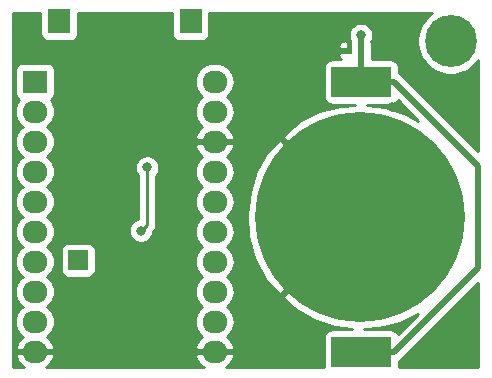
<source format=gbr>
G04 #@! TF.GenerationSoftware,KiCad,Pcbnew,(5.1.5)-3*
G04 #@! TF.CreationDate,2020-04-24T14:35:50-04:00*
G04 #@! TF.ProjectId,CR2025_Nordic,43523230-3235-45f4-9e6f-726469632e6b,rev?*
G04 #@! TF.SameCoordinates,Original*
G04 #@! TF.FileFunction,Copper,L2,Bot*
G04 #@! TF.FilePolarity,Positive*
%FSLAX46Y46*%
G04 Gerber Fmt 4.6, Leading zero omitted, Abs format (unit mm)*
G04 Created by KiCad (PCBNEW (5.1.5)-3) date 2020-04-24 14:35:50*
%MOMM*%
%LPD*%
G04 APERTURE LIST*
%ADD10R,0.599999X0.499999*%
%ADD11R,1.900000X2.100000*%
%ADD12R,2.100000X1.900000*%
%ADD13O,2.100000X1.900000*%
%ADD14R,1.700000X1.700000*%
%ADD15C,4.400000*%
%ADD16C,17.780001*%
%ADD17R,5.080000X2.540000*%
%ADD18C,0.800000*%
%ADD19C,0.250000*%
%ADD20C,0.500000*%
%ADD21C,0.254000*%
G04 APERTURE END LIST*
D10*
X153403300Y-76517500D03*
X154403298Y-76517500D03*
D11*
X139973800Y-74043700D03*
X128853800Y-74043700D03*
D12*
X126796800Y-79133700D03*
D13*
X142006800Y-79133700D03*
X126796800Y-81673700D03*
X142006800Y-81673700D03*
X126796800Y-84213700D03*
X142006800Y-84213700D03*
X126796800Y-86753700D03*
X142006800Y-86753700D03*
X126796800Y-89293700D03*
X142006800Y-89293700D03*
X126796800Y-91833700D03*
X142006800Y-91833700D03*
X126796800Y-94373700D03*
X142006800Y-94373700D03*
X126796800Y-96913700D03*
X142006800Y-96913700D03*
X126796800Y-99453700D03*
X142006800Y-99453700D03*
X126796800Y-101993700D03*
X142006800Y-101993700D03*
D14*
X130454400Y-94246700D03*
D15*
X162000000Y-75700000D03*
D16*
X154300000Y-90600000D03*
D17*
X154427000Y-79170000D03*
X154427000Y-102030000D03*
D18*
X148285200Y-86156800D03*
X157086300Y-85953600D03*
X156883100Y-93814900D03*
X139200000Y-80200000D03*
X152603200Y-75514200D03*
X139900000Y-77000000D03*
X157000000Y-81300000D03*
X157400000Y-100000000D03*
X161400000Y-101500000D03*
X150100000Y-100500000D03*
X150100000Y-102700000D03*
X139300000Y-102700000D03*
X131600000Y-77900000D03*
X157000000Y-76650000D03*
X144195800Y-77622400D03*
X133629400Y-91808300D03*
X129200000Y-84000000D03*
X129400000Y-80600000D03*
X134900000Y-89200000D03*
X138569700Y-96685100D03*
X138000000Y-84900000D03*
X130600000Y-99700000D03*
X154400000Y-75200000D03*
X136300000Y-86400000D03*
X135775700Y-91757500D03*
D19*
X153400000Y-75700000D02*
X153100000Y-75400000D01*
X153400000Y-76500000D02*
X153400000Y-75700000D01*
X152717400Y-75400000D02*
X152603200Y-75514200D01*
X153100000Y-75400000D02*
X152717400Y-75400000D01*
D20*
X157217000Y-102030000D02*
X164300000Y-94947000D01*
X154427000Y-102030000D02*
X157217000Y-102030000D01*
X157217000Y-79170000D02*
X154427000Y-79170000D01*
X164300000Y-86253000D02*
X157217000Y-79170000D01*
X164300000Y-94947000D02*
X164300000Y-86253000D01*
X154427000Y-79170000D02*
X154427000Y-76027000D01*
X154400000Y-76000000D02*
X154400000Y-75200000D01*
D19*
X154427000Y-76027000D02*
X154400000Y-76000000D01*
X136300000Y-86400000D02*
X136300000Y-91233200D01*
X136300000Y-91233200D02*
X135775700Y-91757500D01*
D21*
G36*
X164340001Y-103340000D02*
G01*
X157601132Y-103340000D01*
X157605072Y-103300000D01*
X157605072Y-102826062D01*
X157711059Y-102769411D01*
X157845817Y-102658817D01*
X157873534Y-102625044D01*
X164340001Y-96158578D01*
X164340001Y-103340000D01*
G37*
X164340001Y-103340000D02*
X157601132Y-103340000D01*
X157605072Y-103300000D01*
X157605072Y-102826062D01*
X157711059Y-102769411D01*
X157845817Y-102658817D01*
X157873534Y-102625044D01*
X164340001Y-96158578D01*
X164340001Y-103340000D01*
G36*
X127265728Y-75093700D02*
G01*
X127277988Y-75218182D01*
X127314298Y-75337880D01*
X127373263Y-75448194D01*
X127452615Y-75544885D01*
X127549306Y-75624237D01*
X127659620Y-75683202D01*
X127779318Y-75719512D01*
X127903800Y-75731772D01*
X129803800Y-75731772D01*
X129928282Y-75719512D01*
X130047980Y-75683202D01*
X130158294Y-75624237D01*
X130254985Y-75544885D01*
X130334337Y-75448194D01*
X130393302Y-75337880D01*
X130429612Y-75218182D01*
X130441872Y-75093700D01*
X130441872Y-73360000D01*
X138385728Y-73360000D01*
X138385728Y-75093700D01*
X138397988Y-75218182D01*
X138434298Y-75337880D01*
X138493263Y-75448194D01*
X138572615Y-75544885D01*
X138669306Y-75624237D01*
X138779620Y-75683202D01*
X138899318Y-75719512D01*
X139023800Y-75731772D01*
X140923800Y-75731772D01*
X141048282Y-75719512D01*
X141167980Y-75683202D01*
X141278294Y-75624237D01*
X141374985Y-75544885D01*
X141454337Y-75448194D01*
X141513302Y-75337880D01*
X141549612Y-75218182D01*
X141561872Y-75093700D01*
X141561872Y-73360000D01*
X160399193Y-73360000D01*
X160192793Y-73497912D01*
X159797912Y-73892793D01*
X159487656Y-74357124D01*
X159273948Y-74873061D01*
X159165000Y-75420777D01*
X159165000Y-75979223D01*
X159273948Y-76526939D01*
X159487656Y-77042876D01*
X159797912Y-77507207D01*
X160192793Y-77902088D01*
X160657124Y-78212344D01*
X161173061Y-78426052D01*
X161720777Y-78535000D01*
X162279223Y-78535000D01*
X162826939Y-78426052D01*
X163342876Y-78212344D01*
X163807207Y-77902088D01*
X164202088Y-77507207D01*
X164340000Y-77300807D01*
X164340000Y-85041421D01*
X157873534Y-78574956D01*
X157845817Y-78541183D01*
X157711059Y-78430589D01*
X157605072Y-78373938D01*
X157605072Y-77900000D01*
X157592812Y-77775518D01*
X157556502Y-77655820D01*
X157497537Y-77545506D01*
X157418185Y-77448815D01*
X157321494Y-77369463D01*
X157211180Y-77310498D01*
X157091482Y-77274188D01*
X156967000Y-77261928D01*
X155312000Y-77261928D01*
X155312000Y-76948382D01*
X155329109Y-76891981D01*
X155341369Y-76767499D01*
X155341369Y-76267501D01*
X155329109Y-76143019D01*
X155312000Y-76086618D01*
X155312000Y-75983523D01*
X155299195Y-75853510D01*
X155285000Y-75806716D01*
X155285000Y-75738454D01*
X155317205Y-75690256D01*
X155395226Y-75501898D01*
X155435000Y-75301939D01*
X155435000Y-75098061D01*
X155395226Y-74898102D01*
X155317205Y-74709744D01*
X155203937Y-74540226D01*
X155059774Y-74396063D01*
X154890256Y-74282795D01*
X154701898Y-74204774D01*
X154501939Y-74165000D01*
X154298061Y-74165000D01*
X154098102Y-74204774D01*
X153909744Y-74282795D01*
X153740226Y-74396063D01*
X153596063Y-74540226D01*
X153482795Y-74709744D01*
X153404774Y-74898102D01*
X153365000Y-75098061D01*
X153365000Y-75301939D01*
X153404774Y-75501898D01*
X153482795Y-75690256D01*
X153515000Y-75738454D01*
X153515000Y-76021070D01*
X153513797Y-76023321D01*
X153477487Y-76143019D01*
X153465227Y-76267501D01*
X153465227Y-76664500D01*
X153276300Y-76664500D01*
X153276300Y-76640499D01*
X152627051Y-76640499D01*
X152468301Y-76799249D01*
X152480895Y-76908023D01*
X152520269Y-77026748D01*
X152582049Y-77135511D01*
X152663860Y-77230130D01*
X152704703Y-77261928D01*
X151887000Y-77261928D01*
X151762518Y-77274188D01*
X151642820Y-77310498D01*
X151532506Y-77369463D01*
X151435815Y-77448815D01*
X151356463Y-77545506D01*
X151297498Y-77655820D01*
X151261188Y-77775518D01*
X151248928Y-77900000D01*
X151248928Y-80440000D01*
X151261188Y-80564482D01*
X151297498Y-80684180D01*
X151356463Y-80794494D01*
X151435815Y-80891185D01*
X151532506Y-80970537D01*
X151642820Y-81029502D01*
X151762518Y-81065812D01*
X151887000Y-81078072D01*
X153913639Y-81078072D01*
X152677447Y-81167449D01*
X150868424Y-81665237D01*
X149191275Y-82506384D01*
X148777497Y-82782862D01*
X147734881Y-83855276D01*
X154300000Y-90420395D01*
X154314143Y-90406253D01*
X154493748Y-90585858D01*
X154479605Y-90600000D01*
X154493748Y-90614143D01*
X154314143Y-90793748D01*
X154300000Y-90779605D01*
X147734881Y-97344724D01*
X148777497Y-98417138D01*
X150408658Y-99344321D01*
X152189362Y-99935465D01*
X153683247Y-100121928D01*
X151887000Y-100121928D01*
X151762518Y-100134188D01*
X151642820Y-100170498D01*
X151532506Y-100229463D01*
X151435815Y-100308815D01*
X151356463Y-100405506D01*
X151297498Y-100515820D01*
X151261188Y-100635518D01*
X151248928Y-100760000D01*
X151248928Y-103300000D01*
X151252868Y-103340000D01*
X142937872Y-103340000D01*
X142957417Y-103330105D01*
X143201792Y-103138479D01*
X143404087Y-102902860D01*
X143556528Y-102632303D01*
X143647386Y-102366288D01*
X143527384Y-102120700D01*
X142133800Y-102120700D01*
X142133800Y-102140700D01*
X141879800Y-102140700D01*
X141879800Y-102120700D01*
X140486216Y-102120700D01*
X140366214Y-102366288D01*
X140457072Y-102632303D01*
X140609513Y-102902860D01*
X140811808Y-103138479D01*
X141056183Y-103330105D01*
X141075728Y-103340000D01*
X127727872Y-103340000D01*
X127747417Y-103330105D01*
X127991792Y-103138479D01*
X128194087Y-102902860D01*
X128346528Y-102632303D01*
X128437386Y-102366288D01*
X128317384Y-102120700D01*
X126923800Y-102120700D01*
X126923800Y-102140700D01*
X126669800Y-102140700D01*
X126669800Y-102120700D01*
X125276216Y-102120700D01*
X125156214Y-102366288D01*
X125247072Y-102632303D01*
X125399513Y-102902860D01*
X125601808Y-103138479D01*
X125846183Y-103330105D01*
X125865728Y-103340000D01*
X124960000Y-103340000D01*
X124960000Y-81673700D01*
X125104131Y-81673700D01*
X125134734Y-81984414D01*
X125225366Y-82283188D01*
X125372544Y-82558539D01*
X125570613Y-82799887D01*
X125745850Y-82943700D01*
X125570613Y-83087513D01*
X125372544Y-83328861D01*
X125225366Y-83604212D01*
X125134734Y-83902986D01*
X125104131Y-84213700D01*
X125134734Y-84524414D01*
X125225366Y-84823188D01*
X125372544Y-85098539D01*
X125570613Y-85339887D01*
X125745850Y-85483700D01*
X125570613Y-85627513D01*
X125372544Y-85868861D01*
X125225366Y-86144212D01*
X125134734Y-86442986D01*
X125104131Y-86753700D01*
X125134734Y-87064414D01*
X125225366Y-87363188D01*
X125372544Y-87638539D01*
X125570613Y-87879887D01*
X125745850Y-88023700D01*
X125570613Y-88167513D01*
X125372544Y-88408861D01*
X125225366Y-88684212D01*
X125134734Y-88982986D01*
X125104131Y-89293700D01*
X125134734Y-89604414D01*
X125225366Y-89903188D01*
X125372544Y-90178539D01*
X125570613Y-90419887D01*
X125745850Y-90563700D01*
X125570613Y-90707513D01*
X125372544Y-90948861D01*
X125225366Y-91224212D01*
X125134734Y-91522986D01*
X125104131Y-91833700D01*
X125134734Y-92144414D01*
X125225366Y-92443188D01*
X125372544Y-92718539D01*
X125570613Y-92959887D01*
X125745850Y-93103700D01*
X125570613Y-93247513D01*
X125372544Y-93488861D01*
X125225366Y-93764212D01*
X125134734Y-94062986D01*
X125104131Y-94373700D01*
X125134734Y-94684414D01*
X125225366Y-94983188D01*
X125372544Y-95258539D01*
X125570613Y-95499887D01*
X125745850Y-95643700D01*
X125570613Y-95787513D01*
X125372544Y-96028861D01*
X125225366Y-96304212D01*
X125134734Y-96602986D01*
X125104131Y-96913700D01*
X125134734Y-97224414D01*
X125225366Y-97523188D01*
X125372544Y-97798539D01*
X125570613Y-98039887D01*
X125745850Y-98183700D01*
X125570613Y-98327513D01*
X125372544Y-98568861D01*
X125225366Y-98844212D01*
X125134734Y-99142986D01*
X125104131Y-99453700D01*
X125134734Y-99764414D01*
X125225366Y-100063188D01*
X125372544Y-100338539D01*
X125570613Y-100579887D01*
X125753496Y-100729975D01*
X125601808Y-100848921D01*
X125399513Y-101084540D01*
X125247072Y-101355097D01*
X125156214Y-101621112D01*
X125276216Y-101866700D01*
X126669800Y-101866700D01*
X126669800Y-101846700D01*
X126923800Y-101846700D01*
X126923800Y-101866700D01*
X128317384Y-101866700D01*
X128437386Y-101621112D01*
X128346528Y-101355097D01*
X128194087Y-101084540D01*
X127991792Y-100848921D01*
X127840104Y-100729975D01*
X128022987Y-100579887D01*
X128221056Y-100338539D01*
X128368234Y-100063188D01*
X128458866Y-99764414D01*
X128489469Y-99453700D01*
X128458866Y-99142986D01*
X128368234Y-98844212D01*
X128221056Y-98568861D01*
X128022987Y-98327513D01*
X127847750Y-98183700D01*
X128022987Y-98039887D01*
X128221056Y-97798539D01*
X128368234Y-97523188D01*
X128458866Y-97224414D01*
X128489469Y-96913700D01*
X128458866Y-96602986D01*
X128368234Y-96304212D01*
X128221056Y-96028861D01*
X128022987Y-95787513D01*
X127847750Y-95643700D01*
X128022987Y-95499887D01*
X128221056Y-95258539D01*
X128368234Y-94983188D01*
X128458866Y-94684414D01*
X128489469Y-94373700D01*
X128458866Y-94062986D01*
X128368234Y-93764212D01*
X128221056Y-93488861D01*
X128145422Y-93396700D01*
X128966328Y-93396700D01*
X128966328Y-95096700D01*
X128978588Y-95221182D01*
X129014898Y-95340880D01*
X129073863Y-95451194D01*
X129153215Y-95547885D01*
X129249906Y-95627237D01*
X129360220Y-95686202D01*
X129479918Y-95722512D01*
X129604400Y-95734772D01*
X131304400Y-95734772D01*
X131428882Y-95722512D01*
X131548580Y-95686202D01*
X131658894Y-95627237D01*
X131755585Y-95547885D01*
X131834937Y-95451194D01*
X131893902Y-95340880D01*
X131930212Y-95221182D01*
X131942472Y-95096700D01*
X131942472Y-93396700D01*
X131930212Y-93272218D01*
X131893902Y-93152520D01*
X131834937Y-93042206D01*
X131755585Y-92945515D01*
X131658894Y-92866163D01*
X131548580Y-92807198D01*
X131428882Y-92770888D01*
X131304400Y-92758628D01*
X129604400Y-92758628D01*
X129479918Y-92770888D01*
X129360220Y-92807198D01*
X129249906Y-92866163D01*
X129153215Y-92945515D01*
X129073863Y-93042206D01*
X129014898Y-93152520D01*
X128978588Y-93272218D01*
X128966328Y-93396700D01*
X128145422Y-93396700D01*
X128022987Y-93247513D01*
X127847750Y-93103700D01*
X128022987Y-92959887D01*
X128221056Y-92718539D01*
X128368234Y-92443188D01*
X128458866Y-92144414D01*
X128489469Y-91833700D01*
X128471924Y-91655561D01*
X134740700Y-91655561D01*
X134740700Y-91859439D01*
X134780474Y-92059398D01*
X134858495Y-92247756D01*
X134971763Y-92417274D01*
X135115926Y-92561437D01*
X135285444Y-92674705D01*
X135473802Y-92752726D01*
X135673761Y-92792500D01*
X135877639Y-92792500D01*
X136077598Y-92752726D01*
X136265956Y-92674705D01*
X136435474Y-92561437D01*
X136579637Y-92417274D01*
X136692905Y-92247756D01*
X136770926Y-92059398D01*
X136810700Y-91859439D01*
X136810700Y-91797302D01*
X136811002Y-91797000D01*
X136840001Y-91773201D01*
X136934974Y-91657476D01*
X137005546Y-91525447D01*
X137049003Y-91382186D01*
X137060000Y-91270533D01*
X137060000Y-91270524D01*
X137063676Y-91233201D01*
X137060000Y-91195878D01*
X137060000Y-87103711D01*
X137103937Y-87059774D01*
X137217205Y-86890256D01*
X137273768Y-86753700D01*
X140314131Y-86753700D01*
X140344734Y-87064414D01*
X140435366Y-87363188D01*
X140582544Y-87638539D01*
X140780613Y-87879887D01*
X140955850Y-88023700D01*
X140780613Y-88167513D01*
X140582544Y-88408861D01*
X140435366Y-88684212D01*
X140344734Y-88982986D01*
X140314131Y-89293700D01*
X140344734Y-89604414D01*
X140435366Y-89903188D01*
X140582544Y-90178539D01*
X140780613Y-90419887D01*
X140955850Y-90563700D01*
X140780613Y-90707513D01*
X140582544Y-90948861D01*
X140435366Y-91224212D01*
X140344734Y-91522986D01*
X140314131Y-91833700D01*
X140344734Y-92144414D01*
X140435366Y-92443188D01*
X140582544Y-92718539D01*
X140780613Y-92959887D01*
X140955850Y-93103700D01*
X140780613Y-93247513D01*
X140582544Y-93488861D01*
X140435366Y-93764212D01*
X140344734Y-94062986D01*
X140314131Y-94373700D01*
X140344734Y-94684414D01*
X140435366Y-94983188D01*
X140582544Y-95258539D01*
X140780613Y-95499887D01*
X140955850Y-95643700D01*
X140780613Y-95787513D01*
X140582544Y-96028861D01*
X140435366Y-96304212D01*
X140344734Y-96602986D01*
X140314131Y-96913700D01*
X140344734Y-97224414D01*
X140435366Y-97523188D01*
X140582544Y-97798539D01*
X140780613Y-98039887D01*
X140955850Y-98183700D01*
X140780613Y-98327513D01*
X140582544Y-98568861D01*
X140435366Y-98844212D01*
X140344734Y-99142986D01*
X140314131Y-99453700D01*
X140344734Y-99764414D01*
X140435366Y-100063188D01*
X140582544Y-100338539D01*
X140780613Y-100579887D01*
X140963496Y-100729975D01*
X140811808Y-100848921D01*
X140609513Y-101084540D01*
X140457072Y-101355097D01*
X140366214Y-101621112D01*
X140486216Y-101866700D01*
X141879800Y-101866700D01*
X141879800Y-101846700D01*
X142133800Y-101846700D01*
X142133800Y-101866700D01*
X143527384Y-101866700D01*
X143647386Y-101621112D01*
X143556528Y-101355097D01*
X143404087Y-101084540D01*
X143201792Y-100848921D01*
X143050104Y-100729975D01*
X143232987Y-100579887D01*
X143431056Y-100338539D01*
X143578234Y-100063188D01*
X143668866Y-99764414D01*
X143699469Y-99453700D01*
X143668866Y-99142986D01*
X143578234Y-98844212D01*
X143431056Y-98568861D01*
X143232987Y-98327513D01*
X143057750Y-98183700D01*
X143232987Y-98039887D01*
X143431056Y-97798539D01*
X143578234Y-97523188D01*
X143668866Y-97224414D01*
X143699469Y-96913700D01*
X143668866Y-96602986D01*
X143578234Y-96304212D01*
X143431056Y-96028861D01*
X143232987Y-95787513D01*
X143057750Y-95643700D01*
X143232987Y-95499887D01*
X143431056Y-95258539D01*
X143578234Y-94983188D01*
X143668866Y-94684414D01*
X143699469Y-94373700D01*
X143668866Y-94062986D01*
X143578234Y-93764212D01*
X143431056Y-93488861D01*
X143232987Y-93247513D01*
X143057750Y-93103700D01*
X143232987Y-92959887D01*
X143431056Y-92718539D01*
X143578234Y-92443188D01*
X143668866Y-92144414D01*
X143699469Y-91833700D01*
X143668866Y-91522986D01*
X143578234Y-91224212D01*
X143431056Y-90948861D01*
X143232987Y-90707513D01*
X143057750Y-90563700D01*
X143232987Y-90419887D01*
X143289376Y-90351176D01*
X144732148Y-90351176D01*
X144867449Y-92222553D01*
X145365237Y-94031576D01*
X146206384Y-95708725D01*
X146482862Y-96122503D01*
X147555276Y-97165119D01*
X154120395Y-90600000D01*
X147555276Y-84034881D01*
X146482862Y-85077497D01*
X145555679Y-86708658D01*
X144964535Y-88489362D01*
X144732148Y-90351176D01*
X143289376Y-90351176D01*
X143431056Y-90178539D01*
X143578234Y-89903188D01*
X143668866Y-89604414D01*
X143699469Y-89293700D01*
X143668866Y-88982986D01*
X143578234Y-88684212D01*
X143431056Y-88408861D01*
X143232987Y-88167513D01*
X143057750Y-88023700D01*
X143232987Y-87879887D01*
X143431056Y-87638539D01*
X143578234Y-87363188D01*
X143668866Y-87064414D01*
X143699469Y-86753700D01*
X143668866Y-86442986D01*
X143578234Y-86144212D01*
X143431056Y-85868861D01*
X143232987Y-85627513D01*
X143050104Y-85477425D01*
X143201792Y-85358479D01*
X143404087Y-85122860D01*
X143556528Y-84852303D01*
X143647386Y-84586288D01*
X143527384Y-84340700D01*
X142133800Y-84340700D01*
X142133800Y-84360700D01*
X141879800Y-84360700D01*
X141879800Y-84340700D01*
X140486216Y-84340700D01*
X140366214Y-84586288D01*
X140457072Y-84852303D01*
X140609513Y-85122860D01*
X140811808Y-85358479D01*
X140963496Y-85477425D01*
X140780613Y-85627513D01*
X140582544Y-85868861D01*
X140435366Y-86144212D01*
X140344734Y-86442986D01*
X140314131Y-86753700D01*
X137273768Y-86753700D01*
X137295226Y-86701898D01*
X137335000Y-86501939D01*
X137335000Y-86298061D01*
X137295226Y-86098102D01*
X137217205Y-85909744D01*
X137103937Y-85740226D01*
X136959774Y-85596063D01*
X136790256Y-85482795D01*
X136601898Y-85404774D01*
X136401939Y-85365000D01*
X136198061Y-85365000D01*
X135998102Y-85404774D01*
X135809744Y-85482795D01*
X135640226Y-85596063D01*
X135496063Y-85740226D01*
X135382795Y-85909744D01*
X135304774Y-86098102D01*
X135265000Y-86298061D01*
X135265000Y-86501939D01*
X135304774Y-86701898D01*
X135382795Y-86890256D01*
X135496063Y-87059774D01*
X135540000Y-87103711D01*
X135540001Y-90749106D01*
X135473802Y-90762274D01*
X135285444Y-90840295D01*
X135115926Y-90953563D01*
X134971763Y-91097726D01*
X134858495Y-91267244D01*
X134780474Y-91455602D01*
X134740700Y-91655561D01*
X128471924Y-91655561D01*
X128458866Y-91522986D01*
X128368234Y-91224212D01*
X128221056Y-90948861D01*
X128022987Y-90707513D01*
X127847750Y-90563700D01*
X128022987Y-90419887D01*
X128221056Y-90178539D01*
X128368234Y-89903188D01*
X128458866Y-89604414D01*
X128489469Y-89293700D01*
X128458866Y-88982986D01*
X128368234Y-88684212D01*
X128221056Y-88408861D01*
X128022987Y-88167513D01*
X127847750Y-88023700D01*
X128022987Y-87879887D01*
X128221056Y-87638539D01*
X128368234Y-87363188D01*
X128458866Y-87064414D01*
X128489469Y-86753700D01*
X128458866Y-86442986D01*
X128368234Y-86144212D01*
X128221056Y-85868861D01*
X128022987Y-85627513D01*
X127847750Y-85483700D01*
X128022987Y-85339887D01*
X128221056Y-85098539D01*
X128368234Y-84823188D01*
X128458866Y-84524414D01*
X128489469Y-84213700D01*
X128458866Y-83902986D01*
X128368234Y-83604212D01*
X128221056Y-83328861D01*
X128022987Y-83087513D01*
X127847750Y-82943700D01*
X128022987Y-82799887D01*
X128221056Y-82558539D01*
X128368234Y-82283188D01*
X128458866Y-81984414D01*
X128489469Y-81673700D01*
X128458866Y-81362986D01*
X128368234Y-81064212D01*
X128221056Y-80788861D01*
X128115417Y-80660140D01*
X128201294Y-80614237D01*
X128297985Y-80534885D01*
X128377337Y-80438194D01*
X128436302Y-80327880D01*
X128472612Y-80208182D01*
X128484872Y-80083700D01*
X128484872Y-79133700D01*
X140314131Y-79133700D01*
X140344734Y-79444414D01*
X140435366Y-79743188D01*
X140582544Y-80018539D01*
X140780613Y-80259887D01*
X140955850Y-80403700D01*
X140780613Y-80547513D01*
X140582544Y-80788861D01*
X140435366Y-81064212D01*
X140344734Y-81362986D01*
X140314131Y-81673700D01*
X140344734Y-81984414D01*
X140435366Y-82283188D01*
X140582544Y-82558539D01*
X140780613Y-82799887D01*
X140963496Y-82949975D01*
X140811808Y-83068921D01*
X140609513Y-83304540D01*
X140457072Y-83575097D01*
X140366214Y-83841112D01*
X140486216Y-84086700D01*
X141879800Y-84086700D01*
X141879800Y-84066700D01*
X142133800Y-84066700D01*
X142133800Y-84086700D01*
X143527384Y-84086700D01*
X143647386Y-83841112D01*
X143556528Y-83575097D01*
X143404087Y-83304540D01*
X143201792Y-83068921D01*
X143050104Y-82949975D01*
X143232987Y-82799887D01*
X143431056Y-82558539D01*
X143578234Y-82283188D01*
X143668866Y-81984414D01*
X143699469Y-81673700D01*
X143668866Y-81362986D01*
X143578234Y-81064212D01*
X143431056Y-80788861D01*
X143232987Y-80547513D01*
X143057750Y-80403700D01*
X143232987Y-80259887D01*
X143431056Y-80018539D01*
X143578234Y-79743188D01*
X143668866Y-79444414D01*
X143699469Y-79133700D01*
X143668866Y-78822986D01*
X143578234Y-78524212D01*
X143431056Y-78248861D01*
X143232987Y-78007513D01*
X142991639Y-77809444D01*
X142716288Y-77662266D01*
X142417514Y-77571634D01*
X142184664Y-77548700D01*
X141828936Y-77548700D01*
X141596086Y-77571634D01*
X141297312Y-77662266D01*
X141021961Y-77809444D01*
X140780613Y-78007513D01*
X140582544Y-78248861D01*
X140435366Y-78524212D01*
X140344734Y-78822986D01*
X140314131Y-79133700D01*
X128484872Y-79133700D01*
X128484872Y-78183700D01*
X128472612Y-78059218D01*
X128436302Y-77939520D01*
X128377337Y-77829206D01*
X128297985Y-77732515D01*
X128201294Y-77653163D01*
X128090980Y-77594198D01*
X127971282Y-77557888D01*
X127846800Y-77545628D01*
X125746800Y-77545628D01*
X125622318Y-77557888D01*
X125502620Y-77594198D01*
X125392306Y-77653163D01*
X125295615Y-77732515D01*
X125216263Y-77829206D01*
X125157298Y-77939520D01*
X125120988Y-78059218D01*
X125108728Y-78183700D01*
X125108728Y-80083700D01*
X125120988Y-80208182D01*
X125157298Y-80327880D01*
X125216263Y-80438194D01*
X125295615Y-80534885D01*
X125392306Y-80614237D01*
X125478183Y-80660140D01*
X125372544Y-80788861D01*
X125225366Y-81064212D01*
X125134734Y-81362986D01*
X125104131Y-81673700D01*
X124960000Y-81673700D01*
X124960000Y-76235751D01*
X152468301Y-76235751D01*
X152627051Y-76394501D01*
X153276300Y-76394501D01*
X153276300Y-75791251D01*
X153117550Y-75632501D01*
X152994944Y-75638697D01*
X152874352Y-75671919D01*
X152762559Y-75728028D01*
X152663860Y-75804870D01*
X152582049Y-75899489D01*
X152520269Y-76008252D01*
X152480895Y-76126977D01*
X152468301Y-76235751D01*
X124960000Y-76235751D01*
X124960000Y-73360000D01*
X127265728Y-73360000D01*
X127265728Y-75093700D01*
G37*
X127265728Y-75093700D02*
X127277988Y-75218182D01*
X127314298Y-75337880D01*
X127373263Y-75448194D01*
X127452615Y-75544885D01*
X127549306Y-75624237D01*
X127659620Y-75683202D01*
X127779318Y-75719512D01*
X127903800Y-75731772D01*
X129803800Y-75731772D01*
X129928282Y-75719512D01*
X130047980Y-75683202D01*
X130158294Y-75624237D01*
X130254985Y-75544885D01*
X130334337Y-75448194D01*
X130393302Y-75337880D01*
X130429612Y-75218182D01*
X130441872Y-75093700D01*
X130441872Y-73360000D01*
X138385728Y-73360000D01*
X138385728Y-75093700D01*
X138397988Y-75218182D01*
X138434298Y-75337880D01*
X138493263Y-75448194D01*
X138572615Y-75544885D01*
X138669306Y-75624237D01*
X138779620Y-75683202D01*
X138899318Y-75719512D01*
X139023800Y-75731772D01*
X140923800Y-75731772D01*
X141048282Y-75719512D01*
X141167980Y-75683202D01*
X141278294Y-75624237D01*
X141374985Y-75544885D01*
X141454337Y-75448194D01*
X141513302Y-75337880D01*
X141549612Y-75218182D01*
X141561872Y-75093700D01*
X141561872Y-73360000D01*
X160399193Y-73360000D01*
X160192793Y-73497912D01*
X159797912Y-73892793D01*
X159487656Y-74357124D01*
X159273948Y-74873061D01*
X159165000Y-75420777D01*
X159165000Y-75979223D01*
X159273948Y-76526939D01*
X159487656Y-77042876D01*
X159797912Y-77507207D01*
X160192793Y-77902088D01*
X160657124Y-78212344D01*
X161173061Y-78426052D01*
X161720777Y-78535000D01*
X162279223Y-78535000D01*
X162826939Y-78426052D01*
X163342876Y-78212344D01*
X163807207Y-77902088D01*
X164202088Y-77507207D01*
X164340000Y-77300807D01*
X164340000Y-85041421D01*
X157873534Y-78574956D01*
X157845817Y-78541183D01*
X157711059Y-78430589D01*
X157605072Y-78373938D01*
X157605072Y-77900000D01*
X157592812Y-77775518D01*
X157556502Y-77655820D01*
X157497537Y-77545506D01*
X157418185Y-77448815D01*
X157321494Y-77369463D01*
X157211180Y-77310498D01*
X157091482Y-77274188D01*
X156967000Y-77261928D01*
X155312000Y-77261928D01*
X155312000Y-76948382D01*
X155329109Y-76891981D01*
X155341369Y-76767499D01*
X155341369Y-76267501D01*
X155329109Y-76143019D01*
X155312000Y-76086618D01*
X155312000Y-75983523D01*
X155299195Y-75853510D01*
X155285000Y-75806716D01*
X155285000Y-75738454D01*
X155317205Y-75690256D01*
X155395226Y-75501898D01*
X155435000Y-75301939D01*
X155435000Y-75098061D01*
X155395226Y-74898102D01*
X155317205Y-74709744D01*
X155203937Y-74540226D01*
X155059774Y-74396063D01*
X154890256Y-74282795D01*
X154701898Y-74204774D01*
X154501939Y-74165000D01*
X154298061Y-74165000D01*
X154098102Y-74204774D01*
X153909744Y-74282795D01*
X153740226Y-74396063D01*
X153596063Y-74540226D01*
X153482795Y-74709744D01*
X153404774Y-74898102D01*
X153365000Y-75098061D01*
X153365000Y-75301939D01*
X153404774Y-75501898D01*
X153482795Y-75690256D01*
X153515000Y-75738454D01*
X153515000Y-76021070D01*
X153513797Y-76023321D01*
X153477487Y-76143019D01*
X153465227Y-76267501D01*
X153465227Y-76664500D01*
X153276300Y-76664500D01*
X153276300Y-76640499D01*
X152627051Y-76640499D01*
X152468301Y-76799249D01*
X152480895Y-76908023D01*
X152520269Y-77026748D01*
X152582049Y-77135511D01*
X152663860Y-77230130D01*
X152704703Y-77261928D01*
X151887000Y-77261928D01*
X151762518Y-77274188D01*
X151642820Y-77310498D01*
X151532506Y-77369463D01*
X151435815Y-77448815D01*
X151356463Y-77545506D01*
X151297498Y-77655820D01*
X151261188Y-77775518D01*
X151248928Y-77900000D01*
X151248928Y-80440000D01*
X151261188Y-80564482D01*
X151297498Y-80684180D01*
X151356463Y-80794494D01*
X151435815Y-80891185D01*
X151532506Y-80970537D01*
X151642820Y-81029502D01*
X151762518Y-81065812D01*
X151887000Y-81078072D01*
X153913639Y-81078072D01*
X152677447Y-81167449D01*
X150868424Y-81665237D01*
X149191275Y-82506384D01*
X148777497Y-82782862D01*
X147734881Y-83855276D01*
X154300000Y-90420395D01*
X154314143Y-90406253D01*
X154493748Y-90585858D01*
X154479605Y-90600000D01*
X154493748Y-90614143D01*
X154314143Y-90793748D01*
X154300000Y-90779605D01*
X147734881Y-97344724D01*
X148777497Y-98417138D01*
X150408658Y-99344321D01*
X152189362Y-99935465D01*
X153683247Y-100121928D01*
X151887000Y-100121928D01*
X151762518Y-100134188D01*
X151642820Y-100170498D01*
X151532506Y-100229463D01*
X151435815Y-100308815D01*
X151356463Y-100405506D01*
X151297498Y-100515820D01*
X151261188Y-100635518D01*
X151248928Y-100760000D01*
X151248928Y-103300000D01*
X151252868Y-103340000D01*
X142937872Y-103340000D01*
X142957417Y-103330105D01*
X143201792Y-103138479D01*
X143404087Y-102902860D01*
X143556528Y-102632303D01*
X143647386Y-102366288D01*
X143527384Y-102120700D01*
X142133800Y-102120700D01*
X142133800Y-102140700D01*
X141879800Y-102140700D01*
X141879800Y-102120700D01*
X140486216Y-102120700D01*
X140366214Y-102366288D01*
X140457072Y-102632303D01*
X140609513Y-102902860D01*
X140811808Y-103138479D01*
X141056183Y-103330105D01*
X141075728Y-103340000D01*
X127727872Y-103340000D01*
X127747417Y-103330105D01*
X127991792Y-103138479D01*
X128194087Y-102902860D01*
X128346528Y-102632303D01*
X128437386Y-102366288D01*
X128317384Y-102120700D01*
X126923800Y-102120700D01*
X126923800Y-102140700D01*
X126669800Y-102140700D01*
X126669800Y-102120700D01*
X125276216Y-102120700D01*
X125156214Y-102366288D01*
X125247072Y-102632303D01*
X125399513Y-102902860D01*
X125601808Y-103138479D01*
X125846183Y-103330105D01*
X125865728Y-103340000D01*
X124960000Y-103340000D01*
X124960000Y-81673700D01*
X125104131Y-81673700D01*
X125134734Y-81984414D01*
X125225366Y-82283188D01*
X125372544Y-82558539D01*
X125570613Y-82799887D01*
X125745850Y-82943700D01*
X125570613Y-83087513D01*
X125372544Y-83328861D01*
X125225366Y-83604212D01*
X125134734Y-83902986D01*
X125104131Y-84213700D01*
X125134734Y-84524414D01*
X125225366Y-84823188D01*
X125372544Y-85098539D01*
X125570613Y-85339887D01*
X125745850Y-85483700D01*
X125570613Y-85627513D01*
X125372544Y-85868861D01*
X125225366Y-86144212D01*
X125134734Y-86442986D01*
X125104131Y-86753700D01*
X125134734Y-87064414D01*
X125225366Y-87363188D01*
X125372544Y-87638539D01*
X125570613Y-87879887D01*
X125745850Y-88023700D01*
X125570613Y-88167513D01*
X125372544Y-88408861D01*
X125225366Y-88684212D01*
X125134734Y-88982986D01*
X125104131Y-89293700D01*
X125134734Y-89604414D01*
X125225366Y-89903188D01*
X125372544Y-90178539D01*
X125570613Y-90419887D01*
X125745850Y-90563700D01*
X125570613Y-90707513D01*
X125372544Y-90948861D01*
X125225366Y-91224212D01*
X125134734Y-91522986D01*
X125104131Y-91833700D01*
X125134734Y-92144414D01*
X125225366Y-92443188D01*
X125372544Y-92718539D01*
X125570613Y-92959887D01*
X125745850Y-93103700D01*
X125570613Y-93247513D01*
X125372544Y-93488861D01*
X125225366Y-93764212D01*
X125134734Y-94062986D01*
X125104131Y-94373700D01*
X125134734Y-94684414D01*
X125225366Y-94983188D01*
X125372544Y-95258539D01*
X125570613Y-95499887D01*
X125745850Y-95643700D01*
X125570613Y-95787513D01*
X125372544Y-96028861D01*
X125225366Y-96304212D01*
X125134734Y-96602986D01*
X125104131Y-96913700D01*
X125134734Y-97224414D01*
X125225366Y-97523188D01*
X125372544Y-97798539D01*
X125570613Y-98039887D01*
X125745850Y-98183700D01*
X125570613Y-98327513D01*
X125372544Y-98568861D01*
X125225366Y-98844212D01*
X125134734Y-99142986D01*
X125104131Y-99453700D01*
X125134734Y-99764414D01*
X125225366Y-100063188D01*
X125372544Y-100338539D01*
X125570613Y-100579887D01*
X125753496Y-100729975D01*
X125601808Y-100848921D01*
X125399513Y-101084540D01*
X125247072Y-101355097D01*
X125156214Y-101621112D01*
X125276216Y-101866700D01*
X126669800Y-101866700D01*
X126669800Y-101846700D01*
X126923800Y-101846700D01*
X126923800Y-101866700D01*
X128317384Y-101866700D01*
X128437386Y-101621112D01*
X128346528Y-101355097D01*
X128194087Y-101084540D01*
X127991792Y-100848921D01*
X127840104Y-100729975D01*
X128022987Y-100579887D01*
X128221056Y-100338539D01*
X128368234Y-100063188D01*
X128458866Y-99764414D01*
X128489469Y-99453700D01*
X128458866Y-99142986D01*
X128368234Y-98844212D01*
X128221056Y-98568861D01*
X128022987Y-98327513D01*
X127847750Y-98183700D01*
X128022987Y-98039887D01*
X128221056Y-97798539D01*
X128368234Y-97523188D01*
X128458866Y-97224414D01*
X128489469Y-96913700D01*
X128458866Y-96602986D01*
X128368234Y-96304212D01*
X128221056Y-96028861D01*
X128022987Y-95787513D01*
X127847750Y-95643700D01*
X128022987Y-95499887D01*
X128221056Y-95258539D01*
X128368234Y-94983188D01*
X128458866Y-94684414D01*
X128489469Y-94373700D01*
X128458866Y-94062986D01*
X128368234Y-93764212D01*
X128221056Y-93488861D01*
X128145422Y-93396700D01*
X128966328Y-93396700D01*
X128966328Y-95096700D01*
X128978588Y-95221182D01*
X129014898Y-95340880D01*
X129073863Y-95451194D01*
X129153215Y-95547885D01*
X129249906Y-95627237D01*
X129360220Y-95686202D01*
X129479918Y-95722512D01*
X129604400Y-95734772D01*
X131304400Y-95734772D01*
X131428882Y-95722512D01*
X131548580Y-95686202D01*
X131658894Y-95627237D01*
X131755585Y-95547885D01*
X131834937Y-95451194D01*
X131893902Y-95340880D01*
X131930212Y-95221182D01*
X131942472Y-95096700D01*
X131942472Y-93396700D01*
X131930212Y-93272218D01*
X131893902Y-93152520D01*
X131834937Y-93042206D01*
X131755585Y-92945515D01*
X131658894Y-92866163D01*
X131548580Y-92807198D01*
X131428882Y-92770888D01*
X131304400Y-92758628D01*
X129604400Y-92758628D01*
X129479918Y-92770888D01*
X129360220Y-92807198D01*
X129249906Y-92866163D01*
X129153215Y-92945515D01*
X129073863Y-93042206D01*
X129014898Y-93152520D01*
X128978588Y-93272218D01*
X128966328Y-93396700D01*
X128145422Y-93396700D01*
X128022987Y-93247513D01*
X127847750Y-93103700D01*
X128022987Y-92959887D01*
X128221056Y-92718539D01*
X128368234Y-92443188D01*
X128458866Y-92144414D01*
X128489469Y-91833700D01*
X128471924Y-91655561D01*
X134740700Y-91655561D01*
X134740700Y-91859439D01*
X134780474Y-92059398D01*
X134858495Y-92247756D01*
X134971763Y-92417274D01*
X135115926Y-92561437D01*
X135285444Y-92674705D01*
X135473802Y-92752726D01*
X135673761Y-92792500D01*
X135877639Y-92792500D01*
X136077598Y-92752726D01*
X136265956Y-92674705D01*
X136435474Y-92561437D01*
X136579637Y-92417274D01*
X136692905Y-92247756D01*
X136770926Y-92059398D01*
X136810700Y-91859439D01*
X136810700Y-91797302D01*
X136811002Y-91797000D01*
X136840001Y-91773201D01*
X136934974Y-91657476D01*
X137005546Y-91525447D01*
X137049003Y-91382186D01*
X137060000Y-91270533D01*
X137060000Y-91270524D01*
X137063676Y-91233201D01*
X137060000Y-91195878D01*
X137060000Y-87103711D01*
X137103937Y-87059774D01*
X137217205Y-86890256D01*
X137273768Y-86753700D01*
X140314131Y-86753700D01*
X140344734Y-87064414D01*
X140435366Y-87363188D01*
X140582544Y-87638539D01*
X140780613Y-87879887D01*
X140955850Y-88023700D01*
X140780613Y-88167513D01*
X140582544Y-88408861D01*
X140435366Y-88684212D01*
X140344734Y-88982986D01*
X140314131Y-89293700D01*
X140344734Y-89604414D01*
X140435366Y-89903188D01*
X140582544Y-90178539D01*
X140780613Y-90419887D01*
X140955850Y-90563700D01*
X140780613Y-90707513D01*
X140582544Y-90948861D01*
X140435366Y-91224212D01*
X140344734Y-91522986D01*
X140314131Y-91833700D01*
X140344734Y-92144414D01*
X140435366Y-92443188D01*
X140582544Y-92718539D01*
X140780613Y-92959887D01*
X140955850Y-93103700D01*
X140780613Y-93247513D01*
X140582544Y-93488861D01*
X140435366Y-93764212D01*
X140344734Y-94062986D01*
X140314131Y-94373700D01*
X140344734Y-94684414D01*
X140435366Y-94983188D01*
X140582544Y-95258539D01*
X140780613Y-95499887D01*
X140955850Y-95643700D01*
X140780613Y-95787513D01*
X140582544Y-96028861D01*
X140435366Y-96304212D01*
X140344734Y-96602986D01*
X140314131Y-96913700D01*
X140344734Y-97224414D01*
X140435366Y-97523188D01*
X140582544Y-97798539D01*
X140780613Y-98039887D01*
X140955850Y-98183700D01*
X140780613Y-98327513D01*
X140582544Y-98568861D01*
X140435366Y-98844212D01*
X140344734Y-99142986D01*
X140314131Y-99453700D01*
X140344734Y-99764414D01*
X140435366Y-100063188D01*
X140582544Y-100338539D01*
X140780613Y-100579887D01*
X140963496Y-100729975D01*
X140811808Y-100848921D01*
X140609513Y-101084540D01*
X140457072Y-101355097D01*
X140366214Y-101621112D01*
X140486216Y-101866700D01*
X141879800Y-101866700D01*
X141879800Y-101846700D01*
X142133800Y-101846700D01*
X142133800Y-101866700D01*
X143527384Y-101866700D01*
X143647386Y-101621112D01*
X143556528Y-101355097D01*
X143404087Y-101084540D01*
X143201792Y-100848921D01*
X143050104Y-100729975D01*
X143232987Y-100579887D01*
X143431056Y-100338539D01*
X143578234Y-100063188D01*
X143668866Y-99764414D01*
X143699469Y-99453700D01*
X143668866Y-99142986D01*
X143578234Y-98844212D01*
X143431056Y-98568861D01*
X143232987Y-98327513D01*
X143057750Y-98183700D01*
X143232987Y-98039887D01*
X143431056Y-97798539D01*
X143578234Y-97523188D01*
X143668866Y-97224414D01*
X143699469Y-96913700D01*
X143668866Y-96602986D01*
X143578234Y-96304212D01*
X143431056Y-96028861D01*
X143232987Y-95787513D01*
X143057750Y-95643700D01*
X143232987Y-95499887D01*
X143431056Y-95258539D01*
X143578234Y-94983188D01*
X143668866Y-94684414D01*
X143699469Y-94373700D01*
X143668866Y-94062986D01*
X143578234Y-93764212D01*
X143431056Y-93488861D01*
X143232987Y-93247513D01*
X143057750Y-93103700D01*
X143232987Y-92959887D01*
X143431056Y-92718539D01*
X143578234Y-92443188D01*
X143668866Y-92144414D01*
X143699469Y-91833700D01*
X143668866Y-91522986D01*
X143578234Y-91224212D01*
X143431056Y-90948861D01*
X143232987Y-90707513D01*
X143057750Y-90563700D01*
X143232987Y-90419887D01*
X143289376Y-90351176D01*
X144732148Y-90351176D01*
X144867449Y-92222553D01*
X145365237Y-94031576D01*
X146206384Y-95708725D01*
X146482862Y-96122503D01*
X147555276Y-97165119D01*
X154120395Y-90600000D01*
X147555276Y-84034881D01*
X146482862Y-85077497D01*
X145555679Y-86708658D01*
X144964535Y-88489362D01*
X144732148Y-90351176D01*
X143289376Y-90351176D01*
X143431056Y-90178539D01*
X143578234Y-89903188D01*
X143668866Y-89604414D01*
X143699469Y-89293700D01*
X143668866Y-88982986D01*
X143578234Y-88684212D01*
X143431056Y-88408861D01*
X143232987Y-88167513D01*
X143057750Y-88023700D01*
X143232987Y-87879887D01*
X143431056Y-87638539D01*
X143578234Y-87363188D01*
X143668866Y-87064414D01*
X143699469Y-86753700D01*
X143668866Y-86442986D01*
X143578234Y-86144212D01*
X143431056Y-85868861D01*
X143232987Y-85627513D01*
X143050104Y-85477425D01*
X143201792Y-85358479D01*
X143404087Y-85122860D01*
X143556528Y-84852303D01*
X143647386Y-84586288D01*
X143527384Y-84340700D01*
X142133800Y-84340700D01*
X142133800Y-84360700D01*
X141879800Y-84360700D01*
X141879800Y-84340700D01*
X140486216Y-84340700D01*
X140366214Y-84586288D01*
X140457072Y-84852303D01*
X140609513Y-85122860D01*
X140811808Y-85358479D01*
X140963496Y-85477425D01*
X140780613Y-85627513D01*
X140582544Y-85868861D01*
X140435366Y-86144212D01*
X140344734Y-86442986D01*
X140314131Y-86753700D01*
X137273768Y-86753700D01*
X137295226Y-86701898D01*
X137335000Y-86501939D01*
X137335000Y-86298061D01*
X137295226Y-86098102D01*
X137217205Y-85909744D01*
X137103937Y-85740226D01*
X136959774Y-85596063D01*
X136790256Y-85482795D01*
X136601898Y-85404774D01*
X136401939Y-85365000D01*
X136198061Y-85365000D01*
X135998102Y-85404774D01*
X135809744Y-85482795D01*
X135640226Y-85596063D01*
X135496063Y-85740226D01*
X135382795Y-85909744D01*
X135304774Y-86098102D01*
X135265000Y-86298061D01*
X135265000Y-86501939D01*
X135304774Y-86701898D01*
X135382795Y-86890256D01*
X135496063Y-87059774D01*
X135540000Y-87103711D01*
X135540001Y-90749106D01*
X135473802Y-90762274D01*
X135285444Y-90840295D01*
X135115926Y-90953563D01*
X134971763Y-91097726D01*
X134858495Y-91267244D01*
X134780474Y-91455602D01*
X134740700Y-91655561D01*
X128471924Y-91655561D01*
X128458866Y-91522986D01*
X128368234Y-91224212D01*
X128221056Y-90948861D01*
X128022987Y-90707513D01*
X127847750Y-90563700D01*
X128022987Y-90419887D01*
X128221056Y-90178539D01*
X128368234Y-89903188D01*
X128458866Y-89604414D01*
X128489469Y-89293700D01*
X128458866Y-88982986D01*
X128368234Y-88684212D01*
X128221056Y-88408861D01*
X128022987Y-88167513D01*
X127847750Y-88023700D01*
X128022987Y-87879887D01*
X128221056Y-87638539D01*
X128368234Y-87363188D01*
X128458866Y-87064414D01*
X128489469Y-86753700D01*
X128458866Y-86442986D01*
X128368234Y-86144212D01*
X128221056Y-85868861D01*
X128022987Y-85627513D01*
X127847750Y-85483700D01*
X128022987Y-85339887D01*
X128221056Y-85098539D01*
X128368234Y-84823188D01*
X128458866Y-84524414D01*
X128489469Y-84213700D01*
X128458866Y-83902986D01*
X128368234Y-83604212D01*
X128221056Y-83328861D01*
X128022987Y-83087513D01*
X127847750Y-82943700D01*
X128022987Y-82799887D01*
X128221056Y-82558539D01*
X128368234Y-82283188D01*
X128458866Y-81984414D01*
X128489469Y-81673700D01*
X128458866Y-81362986D01*
X128368234Y-81064212D01*
X128221056Y-80788861D01*
X128115417Y-80660140D01*
X128201294Y-80614237D01*
X128297985Y-80534885D01*
X128377337Y-80438194D01*
X128436302Y-80327880D01*
X128472612Y-80208182D01*
X128484872Y-80083700D01*
X128484872Y-79133700D01*
X140314131Y-79133700D01*
X140344734Y-79444414D01*
X140435366Y-79743188D01*
X140582544Y-80018539D01*
X140780613Y-80259887D01*
X140955850Y-80403700D01*
X140780613Y-80547513D01*
X140582544Y-80788861D01*
X140435366Y-81064212D01*
X140344734Y-81362986D01*
X140314131Y-81673700D01*
X140344734Y-81984414D01*
X140435366Y-82283188D01*
X140582544Y-82558539D01*
X140780613Y-82799887D01*
X140963496Y-82949975D01*
X140811808Y-83068921D01*
X140609513Y-83304540D01*
X140457072Y-83575097D01*
X140366214Y-83841112D01*
X140486216Y-84086700D01*
X141879800Y-84086700D01*
X141879800Y-84066700D01*
X142133800Y-84066700D01*
X142133800Y-84086700D01*
X143527384Y-84086700D01*
X143647386Y-83841112D01*
X143556528Y-83575097D01*
X143404087Y-83304540D01*
X143201792Y-83068921D01*
X143050104Y-82949975D01*
X143232987Y-82799887D01*
X143431056Y-82558539D01*
X143578234Y-82283188D01*
X143668866Y-81984414D01*
X143699469Y-81673700D01*
X143668866Y-81362986D01*
X143578234Y-81064212D01*
X143431056Y-80788861D01*
X143232987Y-80547513D01*
X143057750Y-80403700D01*
X143232987Y-80259887D01*
X143431056Y-80018539D01*
X143578234Y-79743188D01*
X143668866Y-79444414D01*
X143699469Y-79133700D01*
X143668866Y-78822986D01*
X143578234Y-78524212D01*
X143431056Y-78248861D01*
X143232987Y-78007513D01*
X142991639Y-77809444D01*
X142716288Y-77662266D01*
X142417514Y-77571634D01*
X142184664Y-77548700D01*
X141828936Y-77548700D01*
X141596086Y-77571634D01*
X141297312Y-77662266D01*
X141021961Y-77809444D01*
X140780613Y-78007513D01*
X140582544Y-78248861D01*
X140435366Y-78524212D01*
X140344734Y-78822986D01*
X140314131Y-79133700D01*
X128484872Y-79133700D01*
X128484872Y-78183700D01*
X128472612Y-78059218D01*
X128436302Y-77939520D01*
X128377337Y-77829206D01*
X128297985Y-77732515D01*
X128201294Y-77653163D01*
X128090980Y-77594198D01*
X127971282Y-77557888D01*
X127846800Y-77545628D01*
X125746800Y-77545628D01*
X125622318Y-77557888D01*
X125502620Y-77594198D01*
X125392306Y-77653163D01*
X125295615Y-77732515D01*
X125216263Y-77829206D01*
X125157298Y-77939520D01*
X125120988Y-78059218D01*
X125108728Y-78183700D01*
X125108728Y-80083700D01*
X125120988Y-80208182D01*
X125157298Y-80327880D01*
X125216263Y-80438194D01*
X125295615Y-80534885D01*
X125392306Y-80614237D01*
X125478183Y-80660140D01*
X125372544Y-80788861D01*
X125225366Y-81064212D01*
X125134734Y-81362986D01*
X125104131Y-81673700D01*
X124960000Y-81673700D01*
X124960000Y-76235751D01*
X152468301Y-76235751D01*
X152627051Y-76394501D01*
X153276300Y-76394501D01*
X153276300Y-75791251D01*
X153117550Y-75632501D01*
X152994944Y-75638697D01*
X152874352Y-75671919D01*
X152762559Y-75728028D01*
X152663860Y-75804870D01*
X152582049Y-75899489D01*
X152520269Y-76008252D01*
X152480895Y-76126977D01*
X152468301Y-76235751D01*
X124960000Y-76235751D01*
X124960000Y-73360000D01*
X127265728Y-73360000D01*
X127265728Y-75093700D01*
G36*
X157529715Y-100465707D02*
G01*
X157497537Y-100405506D01*
X157418185Y-100308815D01*
X157321494Y-100229463D01*
X157211180Y-100170498D01*
X157091482Y-100134188D01*
X156967000Y-100121928D01*
X154686361Y-100121928D01*
X155922553Y-100032551D01*
X157731576Y-99534763D01*
X159194228Y-98801193D01*
X157529715Y-100465707D01*
G37*
X157529715Y-100465707D02*
X157497537Y-100405506D01*
X157418185Y-100308815D01*
X157321494Y-100229463D01*
X157211180Y-100170498D01*
X157091482Y-100134188D01*
X156967000Y-100121928D01*
X154686361Y-100121928D01*
X155922553Y-100032551D01*
X157731576Y-99534763D01*
X159194228Y-98801193D01*
X157529715Y-100465707D01*
G36*
X159256631Y-82461210D02*
G01*
X158191342Y-81855679D01*
X156410638Y-81264535D01*
X154916753Y-81078072D01*
X156967000Y-81078072D01*
X157091482Y-81065812D01*
X157211180Y-81029502D01*
X157321494Y-80970537D01*
X157418185Y-80891185D01*
X157497537Y-80794494D01*
X157529715Y-80734293D01*
X159256631Y-82461210D01*
G37*
X159256631Y-82461210D02*
X158191342Y-81855679D01*
X156410638Y-81264535D01*
X154916753Y-81078072D01*
X156967000Y-81078072D01*
X157091482Y-81065812D01*
X157211180Y-81029502D01*
X157321494Y-80970537D01*
X157418185Y-80891185D01*
X157497537Y-80794494D01*
X157529715Y-80734293D01*
X159256631Y-82461210D01*
M02*

</source>
